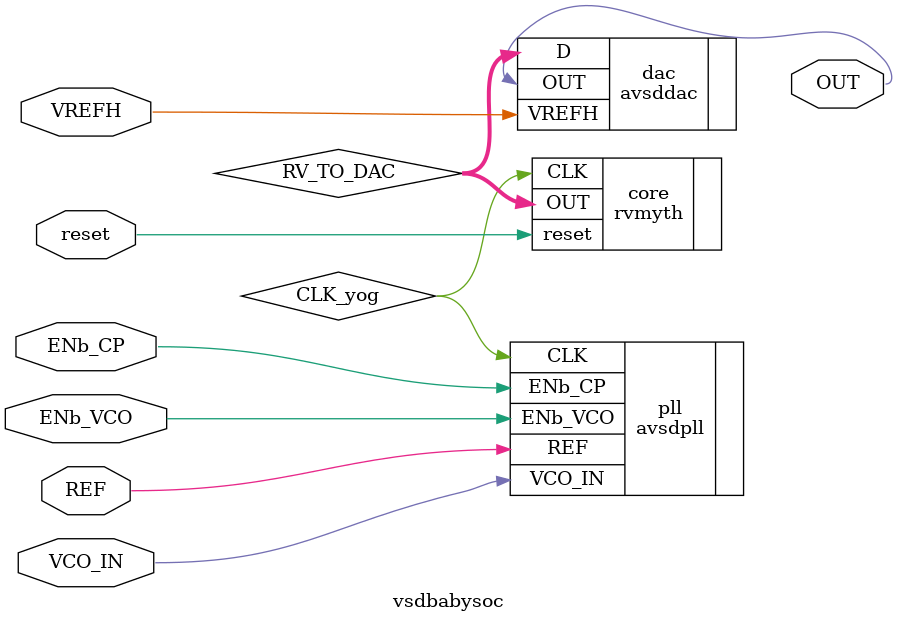
<source format=v>
module vsdbabysoc (
   output wire OUT,
   //
   input  wire reset,
   //
   input  wire VCO_IN,
   input  wire ENb_CP,
   input  wire ENb_VCO,
   input  wire REF,
   //
   // input  wire VREFL,
   input  wire VREFH
);

   wire CLK_yog;
   wire [9:0] RV_TO_DAC;

   rvmyth core (
      .OUT(RV_TO_DAC),
      .CLK(CLK_yog),
      .reset(reset)
   );

   avsdpll pll (
      .CLK(CLK_yog),
      .VCO_IN(VCO_IN),
      .ENb_CP(ENb_CP),
      .ENb_VCO(ENb_VCO),
      .REF(REF)
   );

   avsddac dac (
      .OUT(OUT),
      .D(RV_TO_DAC),
      // .VREFL(VREFL),
      .VREFH(VREFH)
   );
   
endmodule

</source>
